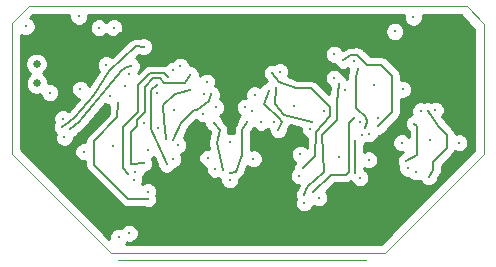
<source format=gbr>
G04 (created by PCBNEW-RS274X (2012-apr-16-27)-stable) date Thu 03 Apr 2014 02:01:57 PM EDT*
G01*
G70*
G90*
%MOIN*%
G04 Gerber Fmt 3.4, Leading zero omitted, Abs format*
%FSLAX34Y34*%
G04 APERTURE LIST*
%ADD10C,0.006000*%
%ADD11C,0.000400*%
%ADD12C,0.002000*%
%ADD13C,0.013000*%
%ADD14C,0.026000*%
%ADD15C,0.007000*%
%ADD16C,0.008000*%
%ADD17C,0.010000*%
G04 APERTURE END LIST*
G54D10*
G54D11*
X24646Y-27224D02*
X27953Y-23917D01*
X15512Y-27224D02*
X12205Y-23917D01*
X15512Y-27224D02*
X24646Y-27224D01*
X12766Y-18996D02*
X12205Y-19557D01*
X27392Y-18996D02*
X27953Y-19596D01*
X26939Y-18996D02*
X27392Y-18996D01*
X27953Y-19596D02*
X27953Y-23917D01*
X16663Y-18996D02*
X26938Y-18996D01*
X12205Y-19557D02*
X12205Y-23917D01*
X16664Y-18996D02*
X12766Y-18996D01*
X15748Y-27461D02*
X24016Y-27461D01*
G54D12*
X15748Y-27461D02*
X24016Y-27461D01*
G54D13*
X25591Y-19360D03*
X14439Y-19331D03*
X24970Y-19833D03*
X12687Y-19665D03*
X16260Y-24783D03*
X17815Y-20984D03*
X16319Y-24508D03*
X17579Y-21122D03*
X17087Y-23051D03*
X18701Y-21516D03*
X17736Y-23622D03*
X18602Y-21909D03*
X18996Y-22362D03*
X18986Y-24419D03*
X19980Y-22362D03*
X19469Y-24774D03*
X20945Y-22854D03*
X20197Y-22480D03*
X22146Y-23081D03*
X20295Y-21939D03*
X21132Y-21171D03*
X21788Y-24643D03*
X23868Y-23268D03*
X23809Y-24705D03*
X24114Y-23248D03*
X23612Y-20827D03*
X22953Y-20591D03*
X24400Y-22717D03*
X25827Y-22480D03*
X25394Y-24390D03*
X26319Y-22451D03*
X25669Y-24518D03*
X21949Y-25285D03*
X23120Y-21585D03*
X23612Y-22707D03*
X22254Y-25177D03*
X15728Y-22205D03*
X16732Y-25413D03*
X15965Y-21663D03*
X16732Y-25177D03*
X17047Y-21870D03*
X17559Y-24094D03*
X21949Y-25551D03*
X22943Y-21388D03*
X23819Y-22835D03*
X22441Y-25384D03*
X16594Y-20334D03*
X13878Y-23012D03*
X16181Y-20994D03*
X14154Y-23071D03*
X16083Y-24587D03*
X17402Y-21339D03*
X18150Y-21280D03*
X16594Y-24232D03*
X17343Y-23406D03*
X18150Y-21772D03*
X17579Y-23445D03*
X18858Y-21929D03*
X18937Y-22874D03*
X19252Y-24459D03*
X19469Y-24537D03*
X20039Y-22835D03*
X17028Y-21614D03*
X17362Y-24252D03*
X20778Y-21811D03*
X21083Y-23100D03*
X21024Y-21703D03*
X22215Y-22854D03*
X21900Y-24380D03*
X20876Y-21220D03*
X23642Y-24537D03*
X23652Y-23494D03*
X23730Y-21083D03*
X23967Y-23051D03*
X23248Y-20787D03*
X24409Y-22992D03*
X25354Y-24154D03*
X25620Y-22904D03*
X26093Y-24675D03*
X26083Y-22480D03*
X13898Y-22736D03*
X15354Y-20945D03*
X16103Y-21240D03*
X13957Y-23366D03*
G54D14*
X13593Y-20846D03*
G54D13*
X24203Y-26732D03*
X25069Y-19557D03*
X15797Y-19872D03*
X16299Y-26329D03*
G54D14*
X13031Y-20915D03*
G54D13*
X24262Y-21614D03*
X26152Y-23445D03*
X14488Y-21752D03*
X17618Y-22441D03*
X15768Y-26693D03*
X19488Y-23524D03*
X15108Y-19705D03*
X15571Y-23661D03*
X23120Y-24016D03*
X21614Y-22323D03*
G54D14*
X13041Y-21555D03*
G54D13*
X16112Y-26555D03*
X13465Y-21870D03*
X18740Y-24055D03*
X27106Y-23543D03*
X16594Y-22895D03*
X25226Y-21762D03*
X14606Y-23839D03*
X20512Y-22854D03*
X18583Y-22579D03*
X20256Y-24075D03*
X25197Y-23543D03*
X24094Y-24114D03*
X15600Y-19705D03*
X23297Y-21791D03*
X21821Y-23927D03*
X22598Y-22470D03*
X16732Y-23780D03*
X15472Y-21978D03*
G54D15*
X23031Y-22795D02*
X22539Y-23287D01*
X23031Y-22175D02*
X23031Y-22795D01*
X22050Y-25010D02*
X21949Y-25285D01*
X22539Y-23287D02*
X22608Y-24519D01*
X22608Y-24519D02*
X22050Y-25010D01*
X23120Y-21585D02*
X23031Y-22175D01*
X23435Y-24507D02*
X23336Y-24606D01*
X23435Y-22884D02*
X23612Y-22707D01*
X23435Y-23071D02*
X23435Y-24507D01*
X23336Y-24606D02*
X22845Y-24606D01*
X23435Y-23071D02*
X23435Y-22884D01*
X22845Y-24606D02*
X22254Y-25177D01*
X16082Y-25413D02*
X16732Y-25413D01*
X14941Y-23484D02*
X14941Y-24272D01*
X15712Y-22690D02*
X14941Y-23484D01*
X14941Y-24272D02*
X16082Y-25413D01*
X15728Y-22205D02*
X15712Y-22690D01*
X13878Y-23012D02*
X14114Y-22835D01*
X14939Y-21958D02*
X15443Y-21139D01*
X14299Y-22670D02*
X14939Y-21958D01*
X15443Y-21139D02*
X16326Y-20332D01*
X14114Y-22835D02*
X14299Y-22670D01*
X16326Y-20332D02*
X16594Y-20334D01*
X15876Y-21102D02*
X16033Y-21004D01*
X14154Y-23071D02*
X14429Y-22854D01*
X16033Y-21004D02*
X16181Y-20994D01*
X14587Y-22677D02*
X15876Y-21102D01*
X14429Y-22854D02*
X14587Y-22677D01*
X16398Y-22518D02*
X16398Y-21633D01*
X16398Y-21633D02*
X16811Y-21220D01*
X15906Y-24391D02*
X15906Y-23010D01*
X15906Y-23010D02*
X16398Y-22518D01*
X16083Y-24587D02*
X15906Y-24391D01*
X17264Y-21220D02*
X17402Y-21339D01*
X16811Y-21220D02*
X17264Y-21220D01*
X16654Y-22519D02*
X16654Y-21673D01*
X17972Y-21555D02*
X18150Y-21280D01*
X16909Y-21398D02*
X17126Y-21398D01*
X16378Y-22992D02*
X16378Y-22795D01*
X16378Y-22795D02*
X16654Y-22519D01*
X16654Y-21673D02*
X16909Y-21398D01*
X17126Y-21398D02*
X17283Y-21555D01*
X16594Y-24232D02*
X16162Y-24252D01*
X16162Y-24252D02*
X16162Y-23189D01*
X17283Y-21555D02*
X17972Y-21555D01*
X16162Y-23189D02*
X16378Y-22992D01*
X17264Y-22795D02*
X17343Y-23406D01*
X17657Y-21909D02*
X18150Y-21772D01*
X17244Y-22283D02*
X17264Y-22795D01*
X17657Y-21909D02*
X17244Y-22283D01*
X17579Y-23445D02*
X17579Y-23445D01*
X18386Y-22466D02*
X18288Y-22460D01*
X18858Y-21929D02*
X18770Y-22164D01*
X18288Y-22460D02*
X17855Y-22893D01*
X17855Y-22893D02*
X17579Y-23445D01*
X18770Y-22164D02*
X18386Y-22466D01*
X19252Y-24459D02*
X19035Y-23563D01*
X19035Y-23563D02*
X19134Y-23110D01*
X19134Y-23110D02*
X18937Y-22874D01*
X19669Y-24502D02*
X19882Y-23957D01*
X19882Y-23110D02*
X20039Y-22835D01*
X19882Y-23957D02*
X19882Y-23110D01*
X19469Y-24537D02*
X19669Y-24502D01*
X17028Y-21614D02*
X16831Y-21791D01*
X16831Y-23091D02*
X17362Y-24252D01*
X16831Y-21791D02*
X16831Y-23091D01*
X21122Y-22707D02*
X20600Y-22264D01*
X21201Y-22844D02*
X21122Y-22707D01*
X20600Y-22264D02*
X20778Y-21811D01*
X21083Y-23100D02*
X21201Y-22844D01*
X21290Y-22628D02*
X20966Y-22251D01*
X20966Y-22251D02*
X21024Y-21703D01*
X22215Y-22854D02*
X21290Y-22628D01*
X22815Y-22648D02*
X22815Y-22363D01*
X22323Y-23996D02*
X22343Y-23170D01*
X21900Y-24380D02*
X22323Y-23996D01*
X21112Y-21506D02*
X20876Y-21220D01*
X22184Y-21732D02*
X21664Y-21732D01*
X22343Y-23170D02*
X22815Y-22648D01*
X21664Y-21732D02*
X21112Y-21506D01*
X22815Y-22363D02*
X22184Y-21732D01*
X23652Y-24172D02*
X23652Y-23494D01*
X23642Y-24537D02*
X23652Y-24172D01*
X23967Y-23051D02*
X24045Y-22835D01*
X23671Y-22391D02*
X23671Y-21358D01*
X24045Y-22835D02*
X23996Y-22667D01*
X23671Y-21358D02*
X23730Y-21083D01*
X23996Y-22667D02*
X23671Y-22391D01*
X24517Y-20935D02*
X24045Y-20935D01*
X24045Y-20935D02*
X23720Y-20610D01*
X24409Y-22992D02*
X24882Y-22530D01*
X23720Y-20610D02*
X23514Y-20620D01*
X24882Y-21300D02*
X24517Y-20935D01*
X23514Y-20620D02*
X23248Y-20787D01*
X24882Y-22530D02*
X24882Y-21300D01*
X25718Y-23121D02*
X25719Y-22982D01*
X25719Y-22982D02*
X25620Y-22904D01*
X25719Y-23119D02*
X25718Y-23121D01*
X25354Y-24154D02*
X25719Y-23937D01*
X25719Y-23937D02*
X25719Y-23119D01*
X26253Y-24190D02*
X26722Y-23721D01*
X26722Y-23721D02*
X26722Y-23287D01*
X26093Y-24675D02*
X26250Y-24459D01*
X26722Y-23287D02*
X26447Y-23012D01*
X26250Y-24459D02*
X26253Y-24190D01*
X26447Y-23012D02*
X26083Y-22480D01*
G54D16*
X15797Y-19872D02*
X15797Y-19873D01*
X14824Y-20846D02*
X13593Y-20846D01*
X15797Y-19873D02*
X14824Y-20846D01*
G54D10*
G36*
X27607Y-19783D02*
X27598Y-23818D01*
X27421Y-23995D01*
X27421Y-23606D01*
X27421Y-23481D01*
X27373Y-23365D01*
X27285Y-23276D01*
X27169Y-23228D01*
X27044Y-23228D01*
X26998Y-23246D01*
X26985Y-23178D01*
X26984Y-23177D01*
X26924Y-23085D01*
X26921Y-23083D01*
X26666Y-22827D01*
X26553Y-22662D01*
X26586Y-22630D01*
X26634Y-22514D01*
X26634Y-22389D01*
X26586Y-22273D01*
X26498Y-22184D01*
X26382Y-22136D01*
X26257Y-22136D01*
X26166Y-22173D01*
X26146Y-22165D01*
X26021Y-22165D01*
X25955Y-22192D01*
X25890Y-22165D01*
X25765Y-22165D01*
X25649Y-22213D01*
X25560Y-22301D01*
X25541Y-22346D01*
X25541Y-21825D01*
X25541Y-21700D01*
X25493Y-21584D01*
X25405Y-21495D01*
X25289Y-21447D01*
X25285Y-21447D01*
X25285Y-19896D01*
X25285Y-19771D01*
X25237Y-19655D01*
X25149Y-19566D01*
X25033Y-19518D01*
X24908Y-19518D01*
X24792Y-19566D01*
X24703Y-19654D01*
X24655Y-19770D01*
X24655Y-19895D01*
X24703Y-20011D01*
X24791Y-20100D01*
X24907Y-20148D01*
X25032Y-20148D01*
X25148Y-20100D01*
X25237Y-20012D01*
X25285Y-19896D01*
X25285Y-21447D01*
X25167Y-21447D01*
X25167Y-21304D01*
X25167Y-21300D01*
X25168Y-21300D01*
X25145Y-21191D01*
X25084Y-21098D01*
X25081Y-21096D01*
X24719Y-20733D01*
X24626Y-20672D01*
X24517Y-20649D01*
X24512Y-20650D01*
X24163Y-20650D01*
X23922Y-20408D01*
X23916Y-20404D01*
X23912Y-20398D01*
X23864Y-20370D01*
X23829Y-20347D01*
X23822Y-20345D01*
X23816Y-20342D01*
X23776Y-20335D01*
X23720Y-20324D01*
X23711Y-20325D01*
X23706Y-20325D01*
X23500Y-20335D01*
X23482Y-20339D01*
X23467Y-20339D01*
X23430Y-20352D01*
X23392Y-20363D01*
X23377Y-20373D01*
X23363Y-20379D01*
X23238Y-20457D01*
X23220Y-20413D01*
X23132Y-20324D01*
X23016Y-20276D01*
X22891Y-20276D01*
X22775Y-20324D01*
X22686Y-20412D01*
X22638Y-20528D01*
X22638Y-20653D01*
X22686Y-20769D01*
X22774Y-20858D01*
X22890Y-20906D01*
X22956Y-20906D01*
X22981Y-20965D01*
X23069Y-21054D01*
X23185Y-21102D01*
X23310Y-21102D01*
X23402Y-21063D01*
X23415Y-21075D01*
X23415Y-21145D01*
X23421Y-21160D01*
X23392Y-21298D01*
X23391Y-21329D01*
X23386Y-21358D01*
X23386Y-21405D01*
X23299Y-21318D01*
X23245Y-21295D01*
X23210Y-21210D01*
X23122Y-21121D01*
X23006Y-21073D01*
X22881Y-21073D01*
X22765Y-21121D01*
X22676Y-21209D01*
X22628Y-21325D01*
X22628Y-21450D01*
X22676Y-21566D01*
X22764Y-21655D01*
X22817Y-21677D01*
X22780Y-21924D01*
X22386Y-21530D01*
X22293Y-21469D01*
X22184Y-21446D01*
X22179Y-21447D01*
X21720Y-21447D01*
X21411Y-21320D01*
X21447Y-21234D01*
X21447Y-21109D01*
X21399Y-20993D01*
X21311Y-20904D01*
X21195Y-20856D01*
X21070Y-20856D01*
X20954Y-20904D01*
X20948Y-20909D01*
X20939Y-20905D01*
X20814Y-20905D01*
X20698Y-20953D01*
X20609Y-21041D01*
X20561Y-21157D01*
X20561Y-21282D01*
X20609Y-21398D01*
X20697Y-21487D01*
X20718Y-21496D01*
X20716Y-21496D01*
X20600Y-21544D01*
X20511Y-21632D01*
X20488Y-21686D01*
X20474Y-21672D01*
X20358Y-21624D01*
X20233Y-21624D01*
X20117Y-21672D01*
X20028Y-21760D01*
X19980Y-21876D01*
X19980Y-22001D01*
X19999Y-22047D01*
X19918Y-22047D01*
X19802Y-22095D01*
X19713Y-22183D01*
X19665Y-22299D01*
X19665Y-22424D01*
X19713Y-22540D01*
X19800Y-22628D01*
X19772Y-22656D01*
X19724Y-22772D01*
X19724Y-22811D01*
X19634Y-22969D01*
X19628Y-22987D01*
X19619Y-23001D01*
X19611Y-23039D01*
X19600Y-23074D01*
X19600Y-23090D01*
X19597Y-23110D01*
X19597Y-23228D01*
X19551Y-23209D01*
X19426Y-23209D01*
X19401Y-23219D01*
X19412Y-23171D01*
X19412Y-23153D01*
X19418Y-23135D01*
X19413Y-23092D01*
X19414Y-23060D01*
X19408Y-23045D01*
X19406Y-23024D01*
X19386Y-22987D01*
X19374Y-22956D01*
X19362Y-22944D01*
X19353Y-22927D01*
X19247Y-22800D01*
X19204Y-22696D01*
X19148Y-22639D01*
X19174Y-22629D01*
X19263Y-22541D01*
X19311Y-22425D01*
X19311Y-22300D01*
X19263Y-22184D01*
X19175Y-22095D01*
X19136Y-22079D01*
X19173Y-21992D01*
X19173Y-21867D01*
X19125Y-21751D01*
X19037Y-21662D01*
X18989Y-21642D01*
X19016Y-21579D01*
X19016Y-21454D01*
X18968Y-21338D01*
X18880Y-21249D01*
X18764Y-21201D01*
X18639Y-21201D01*
X18523Y-21249D01*
X18465Y-21306D01*
X18465Y-21218D01*
X18417Y-21102D01*
X18329Y-21013D01*
X18213Y-20965D01*
X18130Y-20965D01*
X18130Y-20922D01*
X18082Y-20806D01*
X17994Y-20717D01*
X17878Y-20669D01*
X17753Y-20669D01*
X17637Y-20717D01*
X17548Y-20805D01*
X17547Y-20807D01*
X17517Y-20807D01*
X17401Y-20855D01*
X17312Y-20943D01*
X17311Y-20944D01*
X17307Y-20943D01*
X17264Y-20935D01*
X17243Y-20935D01*
X16815Y-20935D01*
X16811Y-20934D01*
X16702Y-20957D01*
X16609Y-21018D01*
X16607Y-21020D01*
X16418Y-21209D01*
X16418Y-21202D01*
X16448Y-21173D01*
X16496Y-21057D01*
X16496Y-20932D01*
X16448Y-20816D01*
X16360Y-20727D01*
X16330Y-20714D01*
X16436Y-20617D01*
X16456Y-20617D01*
X16531Y-20649D01*
X16656Y-20649D01*
X16772Y-20601D01*
X16861Y-20513D01*
X16909Y-20397D01*
X16909Y-20272D01*
X16861Y-20156D01*
X16773Y-20067D01*
X16657Y-20019D01*
X16532Y-20019D01*
X16461Y-20047D01*
X16339Y-20047D01*
X16338Y-20047D01*
X16328Y-20047D01*
X16265Y-20058D01*
X16229Y-20065D01*
X16226Y-20066D01*
X16219Y-20068D01*
X16157Y-20107D01*
X16134Y-20122D01*
X16129Y-20125D01*
X16125Y-20129D01*
X16122Y-20132D01*
X15915Y-20320D01*
X15915Y-19768D01*
X15915Y-19643D01*
X15867Y-19527D01*
X15779Y-19438D01*
X15663Y-19390D01*
X15538Y-19390D01*
X15422Y-19438D01*
X15353Y-19505D01*
X15287Y-19438D01*
X15171Y-19390D01*
X15046Y-19390D01*
X14930Y-19438D01*
X14841Y-19526D01*
X14793Y-19642D01*
X14793Y-19767D01*
X14841Y-19883D01*
X14929Y-19972D01*
X15045Y-20020D01*
X15170Y-20020D01*
X15286Y-19972D01*
X15354Y-19904D01*
X15421Y-19972D01*
X15537Y-20020D01*
X15662Y-20020D01*
X15778Y-19972D01*
X15867Y-19884D01*
X15915Y-19768D01*
X15915Y-20320D01*
X15527Y-20675D01*
X15417Y-20630D01*
X15292Y-20630D01*
X15176Y-20678D01*
X15087Y-20766D01*
X15039Y-20882D01*
X15039Y-21007D01*
X15087Y-21123D01*
X15106Y-21142D01*
X14789Y-21657D01*
X14755Y-21574D01*
X14667Y-21485D01*
X14551Y-21437D01*
X14426Y-21437D01*
X14310Y-21485D01*
X14221Y-21573D01*
X14173Y-21689D01*
X14173Y-21814D01*
X14221Y-21930D01*
X14309Y-22019D01*
X14425Y-22067D01*
X14458Y-22067D01*
X14093Y-22471D01*
X14086Y-22478D01*
X14077Y-22469D01*
X13961Y-22421D01*
X13836Y-22421D01*
X13780Y-22444D01*
X13780Y-21933D01*
X13780Y-21808D01*
X13732Y-21692D01*
X13644Y-21603D01*
X13528Y-21555D01*
X13421Y-21555D01*
X13421Y-21480D01*
X13363Y-21340D01*
X13257Y-21233D01*
X13252Y-21230D01*
X13353Y-21131D01*
X13411Y-20991D01*
X13411Y-20840D01*
X13353Y-20700D01*
X13247Y-20593D01*
X13107Y-20535D01*
X12956Y-20535D01*
X12816Y-20593D01*
X12709Y-20699D01*
X12651Y-20839D01*
X12651Y-20990D01*
X12709Y-21130D01*
X12815Y-21237D01*
X12819Y-21239D01*
X12719Y-21339D01*
X12661Y-21479D01*
X12661Y-21630D01*
X12719Y-21770D01*
X12825Y-21877D01*
X12965Y-21935D01*
X13116Y-21935D01*
X13150Y-21920D01*
X13150Y-21932D01*
X13198Y-22048D01*
X13286Y-22137D01*
X13402Y-22185D01*
X13527Y-22185D01*
X13643Y-22137D01*
X13732Y-22049D01*
X13780Y-21933D01*
X13780Y-22444D01*
X13720Y-22469D01*
X13631Y-22557D01*
X13583Y-22673D01*
X13583Y-22798D01*
X13604Y-22849D01*
X13563Y-22949D01*
X13563Y-23074D01*
X13611Y-23190D01*
X13665Y-23245D01*
X13642Y-23303D01*
X13642Y-23428D01*
X13690Y-23544D01*
X13778Y-23633D01*
X13894Y-23681D01*
X14019Y-23681D01*
X14135Y-23633D01*
X14224Y-23545D01*
X14272Y-23429D01*
X14272Y-23362D01*
X14332Y-23338D01*
X14421Y-23250D01*
X14437Y-23210D01*
X14605Y-23078D01*
X14621Y-23058D01*
X14641Y-23044D01*
X14799Y-22867D01*
X14800Y-22863D01*
X14808Y-22858D01*
X15305Y-22250D01*
X15409Y-22293D01*
X15423Y-22293D01*
X15438Y-22328D01*
X15430Y-22571D01*
X14741Y-23280D01*
X14739Y-23282D01*
X14737Y-23284D01*
X14737Y-23285D01*
X14734Y-23289D01*
X14678Y-23375D01*
X14677Y-23376D01*
X14676Y-23379D01*
X14655Y-23488D01*
X14656Y-23492D01*
X14656Y-23524D01*
X14544Y-23524D01*
X14428Y-23572D01*
X14339Y-23660D01*
X14291Y-23776D01*
X14291Y-23901D01*
X14339Y-24017D01*
X14427Y-24106D01*
X14543Y-24154D01*
X14656Y-24154D01*
X14656Y-24267D01*
X14655Y-24272D01*
X14678Y-24381D01*
X14739Y-24474D01*
X15878Y-25612D01*
X15880Y-25615D01*
X15973Y-25676D01*
X16082Y-25698D01*
X16596Y-25698D01*
X16669Y-25728D01*
X16794Y-25728D01*
X16910Y-25680D01*
X16999Y-25592D01*
X17047Y-25476D01*
X17047Y-25351D01*
X17024Y-25295D01*
X17047Y-25240D01*
X17047Y-25115D01*
X16999Y-24999D01*
X16911Y-24910D01*
X16795Y-24862D01*
X16670Y-24862D01*
X16554Y-24910D01*
X16544Y-24919D01*
X16575Y-24846D01*
X16575Y-24721D01*
X16568Y-24704D01*
X16586Y-24687D01*
X16634Y-24571D01*
X16634Y-24547D01*
X16656Y-24547D01*
X16772Y-24499D01*
X16861Y-24411D01*
X16909Y-24295D01*
X16909Y-24170D01*
X16865Y-24065D01*
X16910Y-24047D01*
X16941Y-24016D01*
X17047Y-24247D01*
X17047Y-24314D01*
X17095Y-24430D01*
X17183Y-24519D01*
X17299Y-24567D01*
X17424Y-24567D01*
X17540Y-24519D01*
X17629Y-24431D01*
X17641Y-24400D01*
X17737Y-24361D01*
X17826Y-24273D01*
X17874Y-24157D01*
X17874Y-24032D01*
X17829Y-23924D01*
X17914Y-23889D01*
X18003Y-23801D01*
X18051Y-23685D01*
X18051Y-23560D01*
X18003Y-23444D01*
X17933Y-23373D01*
X18089Y-23062D01*
X18354Y-22796D01*
X18404Y-22846D01*
X18520Y-22894D01*
X18622Y-22894D01*
X18622Y-22936D01*
X18670Y-23052D01*
X18758Y-23141D01*
X18804Y-23160D01*
X18825Y-23185D01*
X18757Y-23502D01*
X18756Y-23510D01*
X18754Y-23519D01*
X18755Y-23568D01*
X18755Y-23613D01*
X18757Y-23619D01*
X18758Y-23630D01*
X18784Y-23740D01*
X18678Y-23740D01*
X18562Y-23788D01*
X18473Y-23876D01*
X18425Y-23992D01*
X18425Y-24117D01*
X18473Y-24233D01*
X18561Y-24322D01*
X18671Y-24367D01*
X18671Y-24481D01*
X18719Y-24597D01*
X18807Y-24686D01*
X18923Y-24734D01*
X19048Y-24734D01*
X19071Y-24724D01*
X19073Y-24726D01*
X19154Y-24759D01*
X19154Y-24836D01*
X19202Y-24952D01*
X19290Y-25041D01*
X19406Y-25089D01*
X19531Y-25089D01*
X19647Y-25041D01*
X19736Y-24953D01*
X19784Y-24837D01*
X19784Y-24764D01*
X19805Y-24748D01*
X19822Y-24742D01*
X19847Y-24718D01*
X19874Y-24699D01*
X19883Y-24683D01*
X19903Y-24666D01*
X19917Y-24633D01*
X19935Y-24606D01*
X20048Y-24313D01*
X20077Y-24342D01*
X20193Y-24390D01*
X20318Y-24390D01*
X20434Y-24342D01*
X20523Y-24254D01*
X20571Y-24138D01*
X20571Y-24013D01*
X20523Y-23897D01*
X20435Y-23808D01*
X20319Y-23760D01*
X20194Y-23760D01*
X20167Y-23771D01*
X20167Y-23186D01*
X20214Y-23103D01*
X20217Y-23102D01*
X20266Y-23053D01*
X20333Y-23121D01*
X20449Y-23169D01*
X20574Y-23169D01*
X20690Y-23121D01*
X20728Y-23083D01*
X20766Y-23121D01*
X20768Y-23121D01*
X20768Y-23162D01*
X20816Y-23278D01*
X20904Y-23367D01*
X21020Y-23415D01*
X21145Y-23415D01*
X21261Y-23367D01*
X21350Y-23279D01*
X21398Y-23163D01*
X21398Y-23096D01*
X21459Y-22964D01*
X21459Y-22962D01*
X21831Y-23053D01*
X21831Y-23143D01*
X21879Y-23259D01*
X21967Y-23348D01*
X22052Y-23383D01*
X22044Y-23705D01*
X22000Y-23660D01*
X21884Y-23612D01*
X21759Y-23612D01*
X21643Y-23660D01*
X21554Y-23748D01*
X21506Y-23864D01*
X21506Y-23989D01*
X21554Y-24105D01*
X21641Y-24193D01*
X21633Y-24201D01*
X21585Y-24317D01*
X21585Y-24400D01*
X21521Y-24464D01*
X21473Y-24580D01*
X21473Y-24705D01*
X21521Y-24821D01*
X21609Y-24910D01*
X21725Y-24958D01*
X21765Y-24958D01*
X21728Y-25060D01*
X21682Y-25106D01*
X21634Y-25222D01*
X21634Y-25347D01*
X21663Y-25417D01*
X21634Y-25488D01*
X21634Y-25613D01*
X21682Y-25729D01*
X21770Y-25818D01*
X21886Y-25866D01*
X22011Y-25866D01*
X22127Y-25818D01*
X22216Y-25730D01*
X22252Y-25641D01*
X22262Y-25651D01*
X22378Y-25699D01*
X22503Y-25699D01*
X22619Y-25651D01*
X22708Y-25563D01*
X22756Y-25447D01*
X22756Y-25322D01*
X22708Y-25206D01*
X22672Y-25169D01*
X22961Y-24891D01*
X23331Y-24891D01*
X23336Y-24892D01*
X23336Y-24891D01*
X23445Y-24869D01*
X23512Y-24824D01*
X23518Y-24827D01*
X23542Y-24883D01*
X23630Y-24972D01*
X23746Y-25020D01*
X23871Y-25020D01*
X23987Y-24972D01*
X24076Y-24884D01*
X24124Y-24768D01*
X24124Y-24643D01*
X24076Y-24527D01*
X23988Y-24438D01*
X23932Y-24414D01*
X23930Y-24411D01*
X23931Y-24387D01*
X24031Y-24429D01*
X24156Y-24429D01*
X24272Y-24381D01*
X24361Y-24293D01*
X24409Y-24177D01*
X24409Y-24052D01*
X24361Y-23936D01*
X24273Y-23847D01*
X24157Y-23799D01*
X24032Y-23799D01*
X23937Y-23838D01*
X23937Y-23629D01*
X23961Y-23569D01*
X24014Y-23547D01*
X24051Y-23563D01*
X24176Y-23563D01*
X24292Y-23515D01*
X24381Y-23427D01*
X24429Y-23311D01*
X24429Y-23307D01*
X24471Y-23307D01*
X24587Y-23259D01*
X24676Y-23171D01*
X24704Y-23101D01*
X25081Y-22734D01*
X25081Y-22733D01*
X25084Y-22732D01*
X25121Y-22675D01*
X25144Y-22642D01*
X25144Y-22639D01*
X25145Y-22639D01*
X25148Y-22622D01*
X25168Y-22534D01*
X25167Y-22530D01*
X25167Y-22529D01*
X25167Y-22077D01*
X25288Y-22077D01*
X25404Y-22029D01*
X25493Y-21941D01*
X25541Y-21825D01*
X25541Y-22346D01*
X25512Y-22417D01*
X25512Y-22542D01*
X25535Y-22598D01*
X25442Y-22637D01*
X25353Y-22725D01*
X25305Y-22841D01*
X25305Y-22966D01*
X25353Y-23082D01*
X25434Y-23163D01*
X25434Y-23334D01*
X25376Y-23276D01*
X25260Y-23228D01*
X25135Y-23228D01*
X25019Y-23276D01*
X24930Y-23364D01*
X24882Y-23480D01*
X24882Y-23605D01*
X24930Y-23721D01*
X25018Y-23810D01*
X25134Y-23858D01*
X25246Y-23858D01*
X25176Y-23887D01*
X25087Y-23975D01*
X25039Y-24091D01*
X25039Y-24216D01*
X25081Y-24319D01*
X25079Y-24327D01*
X25079Y-24452D01*
X25127Y-24568D01*
X25215Y-24657D01*
X25331Y-24705D01*
X25410Y-24705D01*
X25490Y-24785D01*
X25606Y-24833D01*
X25731Y-24833D01*
X25805Y-24802D01*
X25826Y-24853D01*
X25914Y-24942D01*
X26030Y-24990D01*
X26155Y-24990D01*
X26271Y-24942D01*
X26360Y-24854D01*
X26408Y-24738D01*
X26408Y-24727D01*
X26481Y-24627D01*
X26494Y-24596D01*
X26512Y-24571D01*
X26517Y-24547D01*
X26527Y-24525D01*
X26528Y-24493D01*
X26535Y-24462D01*
X26536Y-24310D01*
X26921Y-23924D01*
X26923Y-23923D01*
X26924Y-23923D01*
X26982Y-23833D01*
X27043Y-23858D01*
X27168Y-23858D01*
X27284Y-23810D01*
X27373Y-23722D01*
X27421Y-23606D01*
X27421Y-23995D01*
X24507Y-26919D01*
X15997Y-26909D01*
X16035Y-26872D01*
X16037Y-26865D01*
X16049Y-26870D01*
X16174Y-26870D01*
X16290Y-26822D01*
X16379Y-26734D01*
X16427Y-26618D01*
X16427Y-26493D01*
X16379Y-26377D01*
X16291Y-26288D01*
X16175Y-26240D01*
X16050Y-26240D01*
X15934Y-26288D01*
X15845Y-26376D01*
X15842Y-26382D01*
X15831Y-26378D01*
X15706Y-26378D01*
X15590Y-26426D01*
X15501Y-26514D01*
X15453Y-26630D01*
X15453Y-26738D01*
X12520Y-23760D01*
X12520Y-19936D01*
X12624Y-19980D01*
X12749Y-19980D01*
X12865Y-19932D01*
X12954Y-19844D01*
X13002Y-19728D01*
X13002Y-19603D01*
X12954Y-19487D01*
X12866Y-19398D01*
X12818Y-19378D01*
X12915Y-19282D01*
X14124Y-19282D01*
X14124Y-19393D01*
X14172Y-19509D01*
X14260Y-19598D01*
X14376Y-19646D01*
X14501Y-19646D01*
X14617Y-19598D01*
X14706Y-19510D01*
X14754Y-19394D01*
X14754Y-19282D01*
X25282Y-19282D01*
X25276Y-19297D01*
X25276Y-19422D01*
X25324Y-19538D01*
X25412Y-19627D01*
X25528Y-19675D01*
X25653Y-19675D01*
X25769Y-19627D01*
X25858Y-19539D01*
X25906Y-19423D01*
X25906Y-19298D01*
X25899Y-19282D01*
X27163Y-19282D01*
X27607Y-19783D01*
X27607Y-19783D01*
G37*
G54D17*
X27607Y-19783D02*
X27598Y-23818D01*
X27421Y-23995D01*
X27421Y-23606D01*
X27421Y-23481D01*
X27373Y-23365D01*
X27285Y-23276D01*
X27169Y-23228D01*
X27044Y-23228D01*
X26998Y-23246D01*
X26985Y-23178D01*
X26984Y-23177D01*
X26924Y-23085D01*
X26921Y-23083D01*
X26666Y-22827D01*
X26553Y-22662D01*
X26586Y-22630D01*
X26634Y-22514D01*
X26634Y-22389D01*
X26586Y-22273D01*
X26498Y-22184D01*
X26382Y-22136D01*
X26257Y-22136D01*
X26166Y-22173D01*
X26146Y-22165D01*
X26021Y-22165D01*
X25955Y-22192D01*
X25890Y-22165D01*
X25765Y-22165D01*
X25649Y-22213D01*
X25560Y-22301D01*
X25541Y-22346D01*
X25541Y-21825D01*
X25541Y-21700D01*
X25493Y-21584D01*
X25405Y-21495D01*
X25289Y-21447D01*
X25285Y-21447D01*
X25285Y-19896D01*
X25285Y-19771D01*
X25237Y-19655D01*
X25149Y-19566D01*
X25033Y-19518D01*
X24908Y-19518D01*
X24792Y-19566D01*
X24703Y-19654D01*
X24655Y-19770D01*
X24655Y-19895D01*
X24703Y-20011D01*
X24791Y-20100D01*
X24907Y-20148D01*
X25032Y-20148D01*
X25148Y-20100D01*
X25237Y-20012D01*
X25285Y-19896D01*
X25285Y-21447D01*
X25167Y-21447D01*
X25167Y-21304D01*
X25167Y-21300D01*
X25168Y-21300D01*
X25145Y-21191D01*
X25084Y-21098D01*
X25081Y-21096D01*
X24719Y-20733D01*
X24626Y-20672D01*
X24517Y-20649D01*
X24512Y-20650D01*
X24163Y-20650D01*
X23922Y-20408D01*
X23916Y-20404D01*
X23912Y-20398D01*
X23864Y-20370D01*
X23829Y-20347D01*
X23822Y-20345D01*
X23816Y-20342D01*
X23776Y-20335D01*
X23720Y-20324D01*
X23711Y-20325D01*
X23706Y-20325D01*
X23500Y-20335D01*
X23482Y-20339D01*
X23467Y-20339D01*
X23430Y-20352D01*
X23392Y-20363D01*
X23377Y-20373D01*
X23363Y-20379D01*
X23238Y-20457D01*
X23220Y-20413D01*
X23132Y-20324D01*
X23016Y-20276D01*
X22891Y-20276D01*
X22775Y-20324D01*
X22686Y-20412D01*
X22638Y-20528D01*
X22638Y-20653D01*
X22686Y-20769D01*
X22774Y-20858D01*
X22890Y-20906D01*
X22956Y-20906D01*
X22981Y-20965D01*
X23069Y-21054D01*
X23185Y-21102D01*
X23310Y-21102D01*
X23402Y-21063D01*
X23415Y-21075D01*
X23415Y-21145D01*
X23421Y-21160D01*
X23392Y-21298D01*
X23391Y-21329D01*
X23386Y-21358D01*
X23386Y-21405D01*
X23299Y-21318D01*
X23245Y-21295D01*
X23210Y-21210D01*
X23122Y-21121D01*
X23006Y-21073D01*
X22881Y-21073D01*
X22765Y-21121D01*
X22676Y-21209D01*
X22628Y-21325D01*
X22628Y-21450D01*
X22676Y-21566D01*
X22764Y-21655D01*
X22817Y-21677D01*
X22780Y-21924D01*
X22386Y-21530D01*
X22293Y-21469D01*
X22184Y-21446D01*
X22179Y-21447D01*
X21720Y-21447D01*
X21411Y-21320D01*
X21447Y-21234D01*
X21447Y-21109D01*
X21399Y-20993D01*
X21311Y-20904D01*
X21195Y-20856D01*
X21070Y-20856D01*
X20954Y-20904D01*
X20948Y-20909D01*
X20939Y-20905D01*
X20814Y-20905D01*
X20698Y-20953D01*
X20609Y-21041D01*
X20561Y-21157D01*
X20561Y-21282D01*
X20609Y-21398D01*
X20697Y-21487D01*
X20718Y-21496D01*
X20716Y-21496D01*
X20600Y-21544D01*
X20511Y-21632D01*
X20488Y-21686D01*
X20474Y-21672D01*
X20358Y-21624D01*
X20233Y-21624D01*
X20117Y-21672D01*
X20028Y-21760D01*
X19980Y-21876D01*
X19980Y-22001D01*
X19999Y-22047D01*
X19918Y-22047D01*
X19802Y-22095D01*
X19713Y-22183D01*
X19665Y-22299D01*
X19665Y-22424D01*
X19713Y-22540D01*
X19800Y-22628D01*
X19772Y-22656D01*
X19724Y-22772D01*
X19724Y-22811D01*
X19634Y-22969D01*
X19628Y-22987D01*
X19619Y-23001D01*
X19611Y-23039D01*
X19600Y-23074D01*
X19600Y-23090D01*
X19597Y-23110D01*
X19597Y-23228D01*
X19551Y-23209D01*
X19426Y-23209D01*
X19401Y-23219D01*
X19412Y-23171D01*
X19412Y-23153D01*
X19418Y-23135D01*
X19413Y-23092D01*
X19414Y-23060D01*
X19408Y-23045D01*
X19406Y-23024D01*
X19386Y-22987D01*
X19374Y-22956D01*
X19362Y-22944D01*
X19353Y-22927D01*
X19247Y-22800D01*
X19204Y-22696D01*
X19148Y-22639D01*
X19174Y-22629D01*
X19263Y-22541D01*
X19311Y-22425D01*
X19311Y-22300D01*
X19263Y-22184D01*
X19175Y-22095D01*
X19136Y-22079D01*
X19173Y-21992D01*
X19173Y-21867D01*
X19125Y-21751D01*
X19037Y-21662D01*
X18989Y-21642D01*
X19016Y-21579D01*
X19016Y-21454D01*
X18968Y-21338D01*
X18880Y-21249D01*
X18764Y-21201D01*
X18639Y-21201D01*
X18523Y-21249D01*
X18465Y-21306D01*
X18465Y-21218D01*
X18417Y-21102D01*
X18329Y-21013D01*
X18213Y-20965D01*
X18130Y-20965D01*
X18130Y-20922D01*
X18082Y-20806D01*
X17994Y-20717D01*
X17878Y-20669D01*
X17753Y-20669D01*
X17637Y-20717D01*
X17548Y-20805D01*
X17547Y-20807D01*
X17517Y-20807D01*
X17401Y-20855D01*
X17312Y-20943D01*
X17311Y-20944D01*
X17307Y-20943D01*
X17264Y-20935D01*
X17243Y-20935D01*
X16815Y-20935D01*
X16811Y-20934D01*
X16702Y-20957D01*
X16609Y-21018D01*
X16607Y-21020D01*
X16418Y-21209D01*
X16418Y-21202D01*
X16448Y-21173D01*
X16496Y-21057D01*
X16496Y-20932D01*
X16448Y-20816D01*
X16360Y-20727D01*
X16330Y-20714D01*
X16436Y-20617D01*
X16456Y-20617D01*
X16531Y-20649D01*
X16656Y-20649D01*
X16772Y-20601D01*
X16861Y-20513D01*
X16909Y-20397D01*
X16909Y-20272D01*
X16861Y-20156D01*
X16773Y-20067D01*
X16657Y-20019D01*
X16532Y-20019D01*
X16461Y-20047D01*
X16339Y-20047D01*
X16338Y-20047D01*
X16328Y-20047D01*
X16265Y-20058D01*
X16229Y-20065D01*
X16226Y-20066D01*
X16219Y-20068D01*
X16157Y-20107D01*
X16134Y-20122D01*
X16129Y-20125D01*
X16125Y-20129D01*
X16122Y-20132D01*
X15915Y-20320D01*
X15915Y-19768D01*
X15915Y-19643D01*
X15867Y-19527D01*
X15779Y-19438D01*
X15663Y-19390D01*
X15538Y-19390D01*
X15422Y-19438D01*
X15353Y-19505D01*
X15287Y-19438D01*
X15171Y-19390D01*
X15046Y-19390D01*
X14930Y-19438D01*
X14841Y-19526D01*
X14793Y-19642D01*
X14793Y-19767D01*
X14841Y-19883D01*
X14929Y-19972D01*
X15045Y-20020D01*
X15170Y-20020D01*
X15286Y-19972D01*
X15354Y-19904D01*
X15421Y-19972D01*
X15537Y-20020D01*
X15662Y-20020D01*
X15778Y-19972D01*
X15867Y-19884D01*
X15915Y-19768D01*
X15915Y-20320D01*
X15527Y-20675D01*
X15417Y-20630D01*
X15292Y-20630D01*
X15176Y-20678D01*
X15087Y-20766D01*
X15039Y-20882D01*
X15039Y-21007D01*
X15087Y-21123D01*
X15106Y-21142D01*
X14789Y-21657D01*
X14755Y-21574D01*
X14667Y-21485D01*
X14551Y-21437D01*
X14426Y-21437D01*
X14310Y-21485D01*
X14221Y-21573D01*
X14173Y-21689D01*
X14173Y-21814D01*
X14221Y-21930D01*
X14309Y-22019D01*
X14425Y-22067D01*
X14458Y-22067D01*
X14093Y-22471D01*
X14086Y-22478D01*
X14077Y-22469D01*
X13961Y-22421D01*
X13836Y-22421D01*
X13780Y-22444D01*
X13780Y-21933D01*
X13780Y-21808D01*
X13732Y-21692D01*
X13644Y-21603D01*
X13528Y-21555D01*
X13421Y-21555D01*
X13421Y-21480D01*
X13363Y-21340D01*
X13257Y-21233D01*
X13252Y-21230D01*
X13353Y-21131D01*
X13411Y-20991D01*
X13411Y-20840D01*
X13353Y-20700D01*
X13247Y-20593D01*
X13107Y-20535D01*
X12956Y-20535D01*
X12816Y-20593D01*
X12709Y-20699D01*
X12651Y-20839D01*
X12651Y-20990D01*
X12709Y-21130D01*
X12815Y-21237D01*
X12819Y-21239D01*
X12719Y-21339D01*
X12661Y-21479D01*
X12661Y-21630D01*
X12719Y-21770D01*
X12825Y-21877D01*
X12965Y-21935D01*
X13116Y-21935D01*
X13150Y-21920D01*
X13150Y-21932D01*
X13198Y-22048D01*
X13286Y-22137D01*
X13402Y-22185D01*
X13527Y-22185D01*
X13643Y-22137D01*
X13732Y-22049D01*
X13780Y-21933D01*
X13780Y-22444D01*
X13720Y-22469D01*
X13631Y-22557D01*
X13583Y-22673D01*
X13583Y-22798D01*
X13604Y-22849D01*
X13563Y-22949D01*
X13563Y-23074D01*
X13611Y-23190D01*
X13665Y-23245D01*
X13642Y-23303D01*
X13642Y-23428D01*
X13690Y-23544D01*
X13778Y-23633D01*
X13894Y-23681D01*
X14019Y-23681D01*
X14135Y-23633D01*
X14224Y-23545D01*
X14272Y-23429D01*
X14272Y-23362D01*
X14332Y-23338D01*
X14421Y-23250D01*
X14437Y-23210D01*
X14605Y-23078D01*
X14621Y-23058D01*
X14641Y-23044D01*
X14799Y-22867D01*
X14800Y-22863D01*
X14808Y-22858D01*
X15305Y-22250D01*
X15409Y-22293D01*
X15423Y-22293D01*
X15438Y-22328D01*
X15430Y-22571D01*
X14741Y-23280D01*
X14739Y-23282D01*
X14737Y-23284D01*
X14737Y-23285D01*
X14734Y-23289D01*
X14678Y-23375D01*
X14677Y-23376D01*
X14676Y-23379D01*
X14655Y-23488D01*
X14656Y-23492D01*
X14656Y-23524D01*
X14544Y-23524D01*
X14428Y-23572D01*
X14339Y-23660D01*
X14291Y-23776D01*
X14291Y-23901D01*
X14339Y-24017D01*
X14427Y-24106D01*
X14543Y-24154D01*
X14656Y-24154D01*
X14656Y-24267D01*
X14655Y-24272D01*
X14678Y-24381D01*
X14739Y-24474D01*
X15878Y-25612D01*
X15880Y-25615D01*
X15973Y-25676D01*
X16082Y-25698D01*
X16596Y-25698D01*
X16669Y-25728D01*
X16794Y-25728D01*
X16910Y-25680D01*
X16999Y-25592D01*
X17047Y-25476D01*
X17047Y-25351D01*
X17024Y-25295D01*
X17047Y-25240D01*
X17047Y-25115D01*
X16999Y-24999D01*
X16911Y-24910D01*
X16795Y-24862D01*
X16670Y-24862D01*
X16554Y-24910D01*
X16544Y-24919D01*
X16575Y-24846D01*
X16575Y-24721D01*
X16568Y-24704D01*
X16586Y-24687D01*
X16634Y-24571D01*
X16634Y-24547D01*
X16656Y-24547D01*
X16772Y-24499D01*
X16861Y-24411D01*
X16909Y-24295D01*
X16909Y-24170D01*
X16865Y-24065D01*
X16910Y-24047D01*
X16941Y-24016D01*
X17047Y-24247D01*
X17047Y-24314D01*
X17095Y-24430D01*
X17183Y-24519D01*
X17299Y-24567D01*
X17424Y-24567D01*
X17540Y-24519D01*
X17629Y-24431D01*
X17641Y-24400D01*
X17737Y-24361D01*
X17826Y-24273D01*
X17874Y-24157D01*
X17874Y-24032D01*
X17829Y-23924D01*
X17914Y-23889D01*
X18003Y-23801D01*
X18051Y-23685D01*
X18051Y-23560D01*
X18003Y-23444D01*
X17933Y-23373D01*
X18089Y-23062D01*
X18354Y-22796D01*
X18404Y-22846D01*
X18520Y-22894D01*
X18622Y-22894D01*
X18622Y-22936D01*
X18670Y-23052D01*
X18758Y-23141D01*
X18804Y-23160D01*
X18825Y-23185D01*
X18757Y-23502D01*
X18756Y-23510D01*
X18754Y-23519D01*
X18755Y-23568D01*
X18755Y-23613D01*
X18757Y-23619D01*
X18758Y-23630D01*
X18784Y-23740D01*
X18678Y-23740D01*
X18562Y-23788D01*
X18473Y-23876D01*
X18425Y-23992D01*
X18425Y-24117D01*
X18473Y-24233D01*
X18561Y-24322D01*
X18671Y-24367D01*
X18671Y-24481D01*
X18719Y-24597D01*
X18807Y-24686D01*
X18923Y-24734D01*
X19048Y-24734D01*
X19071Y-24724D01*
X19073Y-24726D01*
X19154Y-24759D01*
X19154Y-24836D01*
X19202Y-24952D01*
X19290Y-25041D01*
X19406Y-25089D01*
X19531Y-25089D01*
X19647Y-25041D01*
X19736Y-24953D01*
X19784Y-24837D01*
X19784Y-24764D01*
X19805Y-24748D01*
X19822Y-24742D01*
X19847Y-24718D01*
X19874Y-24699D01*
X19883Y-24683D01*
X19903Y-24666D01*
X19917Y-24633D01*
X19935Y-24606D01*
X20048Y-24313D01*
X20077Y-24342D01*
X20193Y-24390D01*
X20318Y-24390D01*
X20434Y-24342D01*
X20523Y-24254D01*
X20571Y-24138D01*
X20571Y-24013D01*
X20523Y-23897D01*
X20435Y-23808D01*
X20319Y-23760D01*
X20194Y-23760D01*
X20167Y-23771D01*
X20167Y-23186D01*
X20214Y-23103D01*
X20217Y-23102D01*
X20266Y-23053D01*
X20333Y-23121D01*
X20449Y-23169D01*
X20574Y-23169D01*
X20690Y-23121D01*
X20728Y-23083D01*
X20766Y-23121D01*
X20768Y-23121D01*
X20768Y-23162D01*
X20816Y-23278D01*
X20904Y-23367D01*
X21020Y-23415D01*
X21145Y-23415D01*
X21261Y-23367D01*
X21350Y-23279D01*
X21398Y-23163D01*
X21398Y-23096D01*
X21459Y-22964D01*
X21459Y-22962D01*
X21831Y-23053D01*
X21831Y-23143D01*
X21879Y-23259D01*
X21967Y-23348D01*
X22052Y-23383D01*
X22044Y-23705D01*
X22000Y-23660D01*
X21884Y-23612D01*
X21759Y-23612D01*
X21643Y-23660D01*
X21554Y-23748D01*
X21506Y-23864D01*
X21506Y-23989D01*
X21554Y-24105D01*
X21641Y-24193D01*
X21633Y-24201D01*
X21585Y-24317D01*
X21585Y-24400D01*
X21521Y-24464D01*
X21473Y-24580D01*
X21473Y-24705D01*
X21521Y-24821D01*
X21609Y-24910D01*
X21725Y-24958D01*
X21765Y-24958D01*
X21728Y-25060D01*
X21682Y-25106D01*
X21634Y-25222D01*
X21634Y-25347D01*
X21663Y-25417D01*
X21634Y-25488D01*
X21634Y-25613D01*
X21682Y-25729D01*
X21770Y-25818D01*
X21886Y-25866D01*
X22011Y-25866D01*
X22127Y-25818D01*
X22216Y-25730D01*
X22252Y-25641D01*
X22262Y-25651D01*
X22378Y-25699D01*
X22503Y-25699D01*
X22619Y-25651D01*
X22708Y-25563D01*
X22756Y-25447D01*
X22756Y-25322D01*
X22708Y-25206D01*
X22672Y-25169D01*
X22961Y-24891D01*
X23331Y-24891D01*
X23336Y-24892D01*
X23336Y-24891D01*
X23445Y-24869D01*
X23512Y-24824D01*
X23518Y-24827D01*
X23542Y-24883D01*
X23630Y-24972D01*
X23746Y-25020D01*
X23871Y-25020D01*
X23987Y-24972D01*
X24076Y-24884D01*
X24124Y-24768D01*
X24124Y-24643D01*
X24076Y-24527D01*
X23988Y-24438D01*
X23932Y-24414D01*
X23930Y-24411D01*
X23931Y-24387D01*
X24031Y-24429D01*
X24156Y-24429D01*
X24272Y-24381D01*
X24361Y-24293D01*
X24409Y-24177D01*
X24409Y-24052D01*
X24361Y-23936D01*
X24273Y-23847D01*
X24157Y-23799D01*
X24032Y-23799D01*
X23937Y-23838D01*
X23937Y-23629D01*
X23961Y-23569D01*
X24014Y-23547D01*
X24051Y-23563D01*
X24176Y-23563D01*
X24292Y-23515D01*
X24381Y-23427D01*
X24429Y-23311D01*
X24429Y-23307D01*
X24471Y-23307D01*
X24587Y-23259D01*
X24676Y-23171D01*
X24704Y-23101D01*
X25081Y-22734D01*
X25081Y-22733D01*
X25084Y-22732D01*
X25121Y-22675D01*
X25144Y-22642D01*
X25144Y-22639D01*
X25145Y-22639D01*
X25148Y-22622D01*
X25168Y-22534D01*
X25167Y-22530D01*
X25167Y-22529D01*
X25167Y-22077D01*
X25288Y-22077D01*
X25404Y-22029D01*
X25493Y-21941D01*
X25541Y-21825D01*
X25541Y-22346D01*
X25512Y-22417D01*
X25512Y-22542D01*
X25535Y-22598D01*
X25442Y-22637D01*
X25353Y-22725D01*
X25305Y-22841D01*
X25305Y-22966D01*
X25353Y-23082D01*
X25434Y-23163D01*
X25434Y-23334D01*
X25376Y-23276D01*
X25260Y-23228D01*
X25135Y-23228D01*
X25019Y-23276D01*
X24930Y-23364D01*
X24882Y-23480D01*
X24882Y-23605D01*
X24930Y-23721D01*
X25018Y-23810D01*
X25134Y-23858D01*
X25246Y-23858D01*
X25176Y-23887D01*
X25087Y-23975D01*
X25039Y-24091D01*
X25039Y-24216D01*
X25081Y-24319D01*
X25079Y-24327D01*
X25079Y-24452D01*
X25127Y-24568D01*
X25215Y-24657D01*
X25331Y-24705D01*
X25410Y-24705D01*
X25490Y-24785D01*
X25606Y-24833D01*
X25731Y-24833D01*
X25805Y-24802D01*
X25826Y-24853D01*
X25914Y-24942D01*
X26030Y-24990D01*
X26155Y-24990D01*
X26271Y-24942D01*
X26360Y-24854D01*
X26408Y-24738D01*
X26408Y-24727D01*
X26481Y-24627D01*
X26494Y-24596D01*
X26512Y-24571D01*
X26517Y-24547D01*
X26527Y-24525D01*
X26528Y-24493D01*
X26535Y-24462D01*
X26536Y-24310D01*
X26921Y-23924D01*
X26923Y-23923D01*
X26924Y-23923D01*
X26982Y-23833D01*
X27043Y-23858D01*
X27168Y-23858D01*
X27284Y-23810D01*
X27373Y-23722D01*
X27421Y-23606D01*
X27421Y-23995D01*
X24507Y-26919D01*
X15997Y-26909D01*
X16035Y-26872D01*
X16037Y-26865D01*
X16049Y-26870D01*
X16174Y-26870D01*
X16290Y-26822D01*
X16379Y-26734D01*
X16427Y-26618D01*
X16427Y-26493D01*
X16379Y-26377D01*
X16291Y-26288D01*
X16175Y-26240D01*
X16050Y-26240D01*
X15934Y-26288D01*
X15845Y-26376D01*
X15842Y-26382D01*
X15831Y-26378D01*
X15706Y-26378D01*
X15590Y-26426D01*
X15501Y-26514D01*
X15453Y-26630D01*
X15453Y-26738D01*
X12520Y-23760D01*
X12520Y-19936D01*
X12624Y-19980D01*
X12749Y-19980D01*
X12865Y-19932D01*
X12954Y-19844D01*
X13002Y-19728D01*
X13002Y-19603D01*
X12954Y-19487D01*
X12866Y-19398D01*
X12818Y-19378D01*
X12915Y-19282D01*
X14124Y-19282D01*
X14124Y-19393D01*
X14172Y-19509D01*
X14260Y-19598D01*
X14376Y-19646D01*
X14501Y-19646D01*
X14617Y-19598D01*
X14706Y-19510D01*
X14754Y-19394D01*
X14754Y-19282D01*
X25282Y-19282D01*
X25276Y-19297D01*
X25276Y-19422D01*
X25324Y-19538D01*
X25412Y-19627D01*
X25528Y-19675D01*
X25653Y-19675D01*
X25769Y-19627D01*
X25858Y-19539D01*
X25906Y-19423D01*
X25906Y-19298D01*
X25899Y-19282D01*
X27163Y-19282D01*
X27607Y-19783D01*
M02*

</source>
